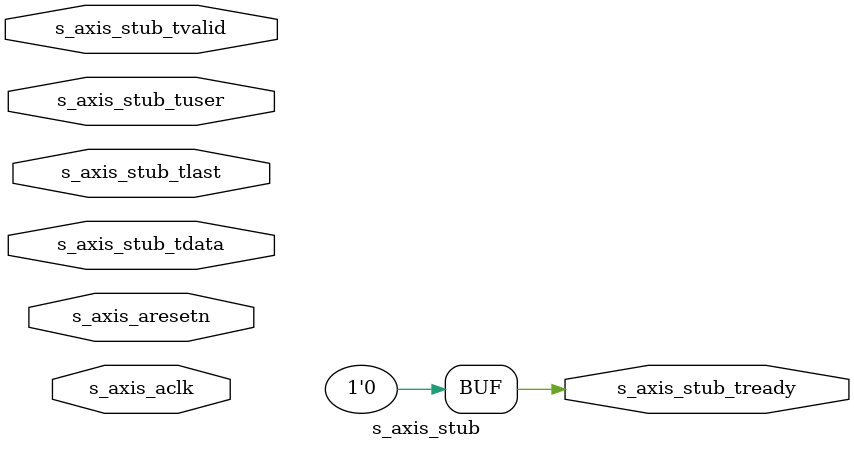
<source format=v>
module s_axis_stub(	// file.cleaned.mlir:2:3
  input         s_axis_aresetn,	// file.cleaned.mlir:2:29
                s_axis_aclk,	// file.cleaned.mlir:2:54
  input  [31:0] s_axis_stub_tdata,	// file.cleaned.mlir:2:76
  input         s_axis_stub_tvalid,	// file.cleaned.mlir:2:105
                s_axis_stub_tlast,	// file.cleaned.mlir:2:134
  input  [3:0]  s_axis_stub_tuser,	// file.cleaned.mlir:2:162
  output        s_axis_stub_tready	// file.cleaned.mlir:2:191
);

  assign s_axis_stub_tready = 1'h0;	// file.cleaned.mlir:3:14, :4:5
endmodule


</source>
